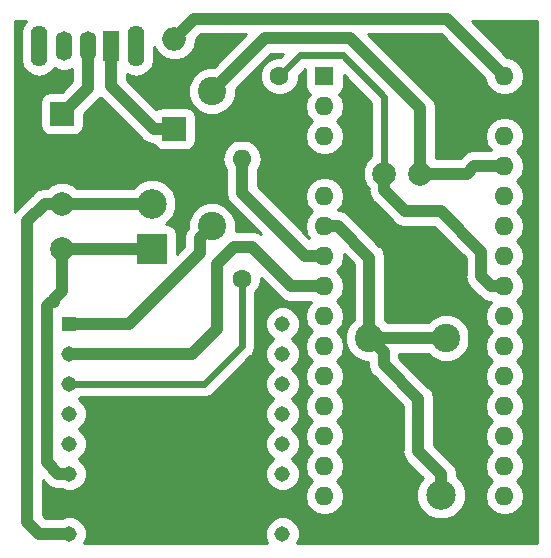
<source format=gbr>
G04 #@! TF.GenerationSoftware,KiCad,Pcbnew,(5.0.1)-4*
G04 #@! TF.CreationDate,2020-06-25T10:55:37+02:00*
G04 #@! TF.ProjectId,sound_box,736F756E645F626F782E6B696361645F,rev?*
G04 #@! TF.SameCoordinates,PX7641700PY754d4c0*
G04 #@! TF.FileFunction,Copper,L2,Bot,Signal*
G04 #@! TF.FilePolarity,Positive*
%FSLAX46Y46*%
G04 Gerber Fmt 4.6, Leading zero omitted, Abs format (unit mm)*
G04 Created by KiCad (PCBNEW (5.0.1)-4) date 25/06/2020 10:55:37*
%MOMM*%
%LPD*%
G01*
G04 APERTURE LIST*
G04 #@! TA.AperFunction,ComponentPad*
%ADD10R,2.000000X2.000000*%
G04 #@! TD*
G04 #@! TA.AperFunction,ComponentPad*
%ADD11O,2.000000X2.000000*%
G04 #@! TD*
G04 #@! TA.AperFunction,ComponentPad*
%ADD12C,2.400000*%
G04 #@! TD*
G04 #@! TA.AperFunction,ComponentPad*
%ADD13C,2.000000*%
G04 #@! TD*
G04 #@! TA.AperFunction,ComponentPad*
%ADD14C,1.308000*%
G04 #@! TD*
G04 #@! TA.AperFunction,ComponentPad*
%ADD15R,1.308000X1.308000*%
G04 #@! TD*
G04 #@! TA.AperFunction,ComponentPad*
%ADD16R,1.400000X2.500000*%
G04 #@! TD*
G04 #@! TA.AperFunction,ComponentPad*
%ADD17O,1.400000X2.500000*%
G04 #@! TD*
G04 #@! TA.AperFunction,ComponentPad*
%ADD18O,1.400000X3.500000*%
G04 #@! TD*
G04 #@! TA.AperFunction,ComponentPad*
%ADD19R,1.600000X1.600000*%
G04 #@! TD*
G04 #@! TA.AperFunction,ComponentPad*
%ADD20O,1.600000X1.600000*%
G04 #@! TD*
G04 #@! TA.AperFunction,ComponentPad*
%ADD21R,2.499360X2.499360*%
G04 #@! TD*
G04 #@! TA.AperFunction,ComponentPad*
%ADD22C,2.499360*%
G04 #@! TD*
G04 #@! TA.AperFunction,ComponentPad*
%ADD23C,1.600000*%
G04 #@! TD*
G04 #@! TA.AperFunction,ViaPad*
%ADD24C,2.400000*%
G04 #@! TD*
G04 #@! TA.AperFunction,Conductor*
%ADD25C,0.600000*%
G04 #@! TD*
G04 #@! TA.AperFunction,Conductor*
%ADD26C,1.000000*%
G04 #@! TD*
G04 #@! TA.AperFunction,Conductor*
%ADD27C,0.254000*%
G04 #@! TD*
G04 APERTURE END LIST*
D10*
G04 #@! TO.P,D1,1*
G04 #@! TO.N,Net-(D1-Pad1)*
X14430000Y36005000D03*
D11*
G04 #@! TO.P,D1,2*
G04 #@! TO.N,Net-(A1-Pad30)*
X14430000Y43625000D03*
G04 #@! TD*
D12*
G04 #@! TO.P,SW2,2*
G04 #@! TO.N,Net-(A1-Pad6)*
X30940000Y18280000D03*
G04 #@! TO.P,SW2,1*
G04 #@! TO.N,GND*
X30940000Y13780000D03*
G04 #@! TO.P,SW2,2*
G04 #@! TO.N,Net-(A1-Pad6)*
X37440000Y18280000D03*
G04 #@! TO.P,SW2,1*
G04 #@! TO.N,GND*
X37440000Y13780000D03*
G04 #@! TD*
D13*
G04 #@! TO.P,R2,1*
G04 #@! TO.N,Net-(A1-Pad27)*
X35210000Y32195000D03*
G04 #@! TO.P,R2,2*
G04 #@! TO.N,Net-(A1-Pad23)*
X32210000Y32195000D03*
G04 #@! TD*
D14*
G04 #@! TO.P,U1,4*
G04 #@! TO.N,N/C*
X5540000Y11875000D03*
G04 #@! TO.P,U1,5*
X5540000Y9335000D03*
G04 #@! TO.P,U1,13*
X23574000Y11875000D03*
G04 #@! TO.P,U1,12*
X23574000Y9335000D03*
G04 #@! TO.P,U1,6*
G04 #@! TO.N,Net-(J1-Pad4)*
X5540000Y6795000D03*
G04 #@! TO.P,U1,3*
G04 #@! TO.N,Net-(R1-Pad1)*
X5540000Y14415000D03*
G04 #@! TO.P,U1,14*
G04 #@! TO.N,N/C*
X23574000Y14415000D03*
G04 #@! TO.P,U1,11*
X23574000Y6795000D03*
G04 #@! TO.P,U1,2*
G04 #@! TO.N,Net-(A1-Pad8)*
X5540000Y16955000D03*
G04 #@! TO.P,U1,15*
G04 #@! TO.N,N/C*
X23574000Y16955000D03*
G04 #@! TO.P,U1,7*
G04 #@! TO.N,GND*
X5540000Y4255000D03*
G04 #@! TO.P,U1,10*
X23574000Y4255000D03*
D15*
G04 #@! TO.P,U1,1*
G04 #@! TO.N,Net-(A1-Pad27)*
X5540000Y19495000D03*
D14*
G04 #@! TO.P,U1,16*
G04 #@! TO.N,N/C*
X23574000Y19495000D03*
G04 #@! TO.P,U1,8*
G04 #@! TO.N,Net-(J1-Pad3)*
X5540000Y1715000D03*
G04 #@! TO.P,U1,9*
G04 #@! TO.N,N/C*
X23574000Y1715000D03*
G04 #@! TD*
D16*
G04 #@! TO.P,SW1,1*
G04 #@! TO.N,Net-(D1-Pad1)*
X9100000Y42990000D03*
D17*
G04 #@! TO.P,SW1,2*
G04 #@! TO.N,Net-(J1-Pad1)*
X7100000Y42990000D03*
G04 #@! TO.P,SW1,3*
G04 #@! TO.N,N/C*
X5100000Y42990000D03*
D18*
G04 #@! TO.P,SW1,*
G04 #@! TO.N,*
X11200000Y42990000D03*
X3000000Y42990000D03*
G04 #@! TD*
D10*
G04 #@! TO.P,J1,1*
G04 #@! TO.N,Net-(J1-Pad1)*
X4905000Y37275000D03*
D13*
G04 #@! TO.P,J1,2*
G04 #@! TO.N,GND*
X4905000Y33465000D03*
G04 #@! TO.P,J1,3*
G04 #@! TO.N,Net-(J1-Pad3)*
X4905000Y29655000D03*
G04 #@! TO.P,J1,4*
G04 #@! TO.N,Net-(J1-Pad4)*
X4905000Y25845000D03*
G04 #@! TD*
D19*
G04 #@! TO.P,A1,1*
G04 #@! TO.N,N/C*
X27130000Y40450000D03*
D20*
G04 #@! TO.P,A1,17*
X42370000Y7430000D03*
G04 #@! TO.P,A1,2*
X27130000Y37910000D03*
G04 #@! TO.P,A1,18*
X42370000Y9970000D03*
G04 #@! TO.P,A1,3*
X27130000Y35370000D03*
G04 #@! TO.P,A1,19*
X42370000Y12510000D03*
G04 #@! TO.P,A1,4*
G04 #@! TO.N,GND*
X27130000Y32830000D03*
G04 #@! TO.P,A1,20*
G04 #@! TO.N,N/C*
X42370000Y15050000D03*
G04 #@! TO.P,A1,5*
X27130000Y30290000D03*
G04 #@! TO.P,A1,21*
X42370000Y17590000D03*
G04 #@! TO.P,A1,6*
G04 #@! TO.N,Net-(A1-Pad6)*
X27130000Y27750000D03*
G04 #@! TO.P,A1,22*
G04 #@! TO.N,N/C*
X42370000Y20130000D03*
G04 #@! TO.P,A1,7*
G04 #@! TO.N,Net-(A1-Pad7)*
X27130000Y25210000D03*
G04 #@! TO.P,A1,23*
G04 #@! TO.N,Net-(A1-Pad23)*
X42370000Y22670000D03*
G04 #@! TO.P,A1,8*
G04 #@! TO.N,Net-(A1-Pad8)*
X27130000Y22670000D03*
G04 #@! TO.P,A1,24*
G04 #@! TO.N,N/C*
X42370000Y25210000D03*
G04 #@! TO.P,A1,9*
X27130000Y20130000D03*
G04 #@! TO.P,A1,25*
X42370000Y27750000D03*
G04 #@! TO.P,A1,10*
X27130000Y17590000D03*
G04 #@! TO.P,A1,26*
X42370000Y30290000D03*
G04 #@! TO.P,A1,11*
X27130000Y15050000D03*
G04 #@! TO.P,A1,27*
G04 #@! TO.N,Net-(A1-Pad27)*
X42370000Y32830000D03*
G04 #@! TO.P,A1,12*
G04 #@! TO.N,N/C*
X27130000Y12510000D03*
G04 #@! TO.P,A1,28*
X42370000Y35370000D03*
G04 #@! TO.P,A1,13*
X27130000Y9970000D03*
G04 #@! TO.P,A1,29*
G04 #@! TO.N,GND*
X42370000Y37910000D03*
G04 #@! TO.P,A1,14*
G04 #@! TO.N,N/C*
X27130000Y7430000D03*
G04 #@! TO.P,A1,30*
G04 #@! TO.N,Net-(A1-Pad30)*
X42370000Y40450000D03*
G04 #@! TO.P,A1,15*
G04 #@! TO.N,N/C*
X27130000Y4890000D03*
G04 #@! TO.P,A1,16*
X42370000Y4890000D03*
G04 #@! TD*
D21*
G04 #@! TO.P,J2,1*
G04 #@! TO.N,Net-(J1-Pad4)*
X12525000Y25845000D03*
D22*
G04 #@! TO.P,J2,2*
G04 #@! TO.N,Net-(J1-Pad3)*
X12525000Y29655000D03*
G04 #@! TD*
D23*
G04 #@! TO.P,R1,1*
G04 #@! TO.N,Net-(R1-Pad1)*
X20145000Y23305000D03*
D20*
G04 #@! TO.P,R1,2*
G04 #@! TO.N,Net-(A1-Pad7)*
X20145000Y33465000D03*
G04 #@! TD*
G04 #@! TO.P,R3,2*
G04 #@! TO.N,GND*
X23320000Y30290000D03*
D23*
G04 #@! TO.P,R3,1*
G04 #@! TO.N,Net-(A1-Pad23)*
X23320000Y40450000D03*
G04 #@! TD*
D21*
G04 #@! TO.P,J3,1*
G04 #@! TO.N,GND*
X33190000Y5000000D03*
D22*
G04 #@! TO.P,J3,2*
G04 #@! TO.N,Net-(A1-Pad6)*
X37000000Y5000000D03*
G04 #@! TD*
D24*
G04 #@! TO.N,Net-(A1-Pad27)*
X17605000Y27750000D03*
X17605000Y39180000D03*
G04 #@! TD*
D25*
G04 #@! TO.N,Net-(A1-Pad23)*
X25070001Y42200001D02*
X28690001Y42200001D01*
X23320000Y40450000D02*
X25070001Y42200001D01*
X32210000Y38680002D02*
X32210000Y32195000D01*
X28690001Y42200001D02*
X32210000Y38680002D01*
G04 #@! TO.N,GND*
X23574000Y4255000D02*
X5540000Y4255000D01*
X30940000Y13780000D02*
X30940000Y4255000D01*
X30940000Y4255000D02*
X29035000Y2350000D01*
X25479000Y2350000D02*
X23574000Y4255000D01*
X4905000Y33465000D02*
X14430000Y33465000D01*
X14430000Y33465000D02*
X17605000Y30290000D01*
X43501370Y37910000D02*
X44910000Y36501370D01*
X42370000Y37910000D02*
X43501370Y37910000D01*
X44910000Y36501370D02*
X44910000Y3620000D01*
X44910000Y3620000D02*
X43640000Y2350000D01*
X29035000Y2350000D02*
X27765000Y2350000D01*
X27765000Y2350000D02*
X25479000Y2350000D01*
X26330001Y33629999D02*
X27130000Y32830000D01*
X24744999Y35215001D02*
X26330001Y33629999D01*
X19304999Y35215001D02*
X24744999Y35215001D01*
X17605000Y33515002D02*
X19304999Y35215001D01*
X17605000Y30290000D02*
X17605000Y33515002D01*
D26*
X25860000Y32830000D02*
X27130000Y32830000D01*
X23320000Y30290000D02*
X25860000Y32830000D01*
X40000000Y6913998D02*
X40000000Y2350000D01*
X37440000Y9473998D02*
X40000000Y6913998D01*
X37440000Y13780000D02*
X37440000Y9473998D01*
D25*
X43640000Y2350000D02*
X40000000Y2350000D01*
X40000000Y2350000D02*
X27765000Y2350000D01*
D26*
X30940000Y4999680D02*
X30940000Y4255000D01*
X30940320Y5000000D02*
X30940000Y4999680D01*
X33190000Y5000000D02*
X30940320Y5000000D01*
X30559990Y30531380D02*
X30559990Y28440010D01*
X27130000Y32830000D02*
X28261370Y32830000D01*
X28261370Y32830000D02*
X30559990Y30531380D01*
X38369999Y20630001D02*
X39630001Y20630001D01*
X30559990Y28440010D02*
X38369999Y20630001D01*
X38639999Y14979999D02*
X37440000Y13780000D01*
X39790001Y16130001D02*
X38639999Y14979999D01*
X39790001Y19408001D02*
X39790001Y16130001D01*
X39099001Y20099001D02*
X39790001Y19408001D01*
X39630001Y20630001D02*
X39099001Y20099001D01*
G04 #@! TO.N,Net-(A1-Pad6)*
X30940000Y19977056D02*
X30940000Y18280000D01*
X30940000Y25071370D02*
X30940000Y19977056D01*
X28261370Y27750000D02*
X30940000Y25071370D01*
X27130000Y27750000D02*
X28261370Y27750000D01*
X37000000Y6767314D02*
X37000000Y5000000D01*
X35089999Y8677315D02*
X37000000Y6767314D01*
X35089999Y13108003D02*
X35089999Y8677315D01*
X32139999Y16058003D02*
X35089999Y13108003D01*
X32139999Y17080001D02*
X32139999Y16058003D01*
X30940000Y18280000D02*
X32139999Y17080001D01*
X30940000Y18280000D02*
X37440000Y18280000D01*
G04 #@! TO.N,Net-(A1-Pad27)*
X5540000Y19495000D02*
X10620000Y19495000D01*
X16605001Y26750001D02*
X17605000Y27750000D01*
X16605001Y25480001D02*
X16605001Y26750001D01*
X10620000Y19495000D02*
X16605001Y25480001D01*
X35210000Y33326370D02*
X35210000Y32195000D01*
X35210000Y37730625D02*
X35210000Y33326370D01*
X29290614Y43650011D02*
X35210000Y37730625D01*
X22075011Y43650011D02*
X29290614Y43650011D01*
X17605000Y39180000D02*
X22075011Y43650011D01*
X35210000Y32195000D02*
X39195000Y32195000D01*
X39830000Y32830000D02*
X42370000Y32830000D01*
X39195000Y32195000D02*
X39830000Y32830000D01*
G04 #@! TO.N,Net-(A1-Pad30)*
X41570001Y41249999D02*
X42370000Y40450000D01*
X37519979Y45300021D02*
X41570001Y41249999D01*
X16105021Y45300021D02*
X37519979Y45300021D01*
X14430000Y43625000D02*
X16105021Y45300021D01*
G04 #@! TO.N,Net-(D1-Pad1)*
X9100000Y40740000D02*
X9100000Y42990000D01*
X9100000Y39585000D02*
X9100000Y40740000D01*
X12680000Y36005000D02*
X9100000Y39585000D01*
X14430000Y36005000D02*
X12680000Y36005000D01*
G04 #@! TO.N,Net-(J1-Pad1)*
X7100000Y39470000D02*
X4905000Y37275000D01*
X7100000Y42990000D02*
X7100000Y39470000D01*
G04 #@! TO.N,Net-(J1-Pad3)*
X4905000Y29655000D02*
X12525000Y29655000D01*
X1984990Y28149203D02*
X1984990Y2730010D01*
X4905000Y29655000D02*
X3490787Y29655000D01*
X3490787Y29655000D02*
X1984990Y28149203D01*
X3000000Y1715000D02*
X5540000Y1715000D01*
X1984990Y2730010D02*
X3000000Y1715000D01*
G04 #@! TO.N,Net-(J1-Pad4)*
X4905000Y25845000D02*
X12525000Y25845000D01*
X3965999Y21299001D02*
X3635000Y20968002D01*
X4270000Y21299001D02*
X3965999Y21299001D01*
X4270000Y21603002D02*
X4270000Y21299001D01*
X4905000Y25845000D02*
X4905000Y22238002D01*
X4905000Y22238002D02*
X4270000Y21603002D01*
X4615105Y6795000D02*
X5540000Y6795000D01*
X3635000Y7775105D02*
X4615105Y6795000D01*
X3635000Y20968002D02*
X3635000Y7775105D01*
D25*
G04 #@! TO.N,Net-(R1-Pad1)*
X5540000Y14415000D02*
X16970000Y14415000D01*
X16970000Y14415000D02*
X20145000Y17590000D01*
X20145000Y17590000D02*
X20145000Y23305000D01*
D26*
G04 #@! TO.N,Net-(A1-Pad7)*
X25998630Y25210000D02*
X27130000Y25210000D01*
X25513998Y25210000D02*
X25998630Y25210000D01*
X20145000Y30578998D02*
X25513998Y25210000D01*
X20145000Y33465000D02*
X20145000Y30578998D01*
G04 #@! TO.N,Net-(A1-Pad8)*
X24330000Y22670000D02*
X27130000Y22670000D01*
X15955000Y16955000D02*
X18000000Y19000000D01*
X5540000Y16955000D02*
X15955000Y16955000D01*
X18000000Y19000000D02*
X18000000Y24541534D01*
X18000000Y24541534D02*
X19458466Y26000000D01*
X19458466Y26000000D02*
X21000000Y26000000D01*
X21000000Y26000000D02*
X24330000Y22670000D01*
G04 #@! TO.N,Net-(A1-Pad23)*
X41238630Y22670000D02*
X42370000Y22670000D01*
X32210000Y32195000D02*
X32210000Y30780787D01*
X32210000Y30780787D02*
X33990787Y29000000D01*
X33990787Y29000000D02*
X37000000Y29000000D01*
X37000000Y29000000D02*
X40419999Y25580001D01*
X40419999Y25580001D02*
X40419999Y23488631D01*
X40419999Y23488631D02*
X41238630Y22670000D01*
G04 #@! TD*
D27*
G04 #@! TO.N,GND*
G36*
X1561599Y44635806D02*
X1473001Y44190393D01*
X1473000Y41789608D01*
X1561598Y41344195D01*
X1899095Y40839095D01*
X2404194Y40501598D01*
X3000000Y40383085D01*
X3595805Y40501598D01*
X4100905Y40839095D01*
X4300450Y41137735D01*
X4504194Y41001598D01*
X5100000Y40883085D01*
X5695805Y41001598D01*
X5773001Y41053178D01*
X5773001Y40019662D01*
X4871541Y39118201D01*
X3905000Y39118201D01*
X3582321Y39054016D01*
X3308767Y38871233D01*
X3125984Y38597679D01*
X3061799Y38275000D01*
X3061799Y36275000D01*
X3125984Y35952321D01*
X3308767Y35678767D01*
X3582321Y35495984D01*
X3905000Y35431799D01*
X5905000Y35431799D01*
X6227679Y35495984D01*
X6501233Y35678767D01*
X6684016Y35952321D01*
X6748201Y36275000D01*
X6748201Y37241541D01*
X7945915Y38439254D01*
X8056713Y38513287D01*
X8138421Y38635571D01*
X8143287Y38628288D01*
X8254086Y38554254D01*
X11649256Y35159082D01*
X11723287Y35048287D01*
X11834082Y34974256D01*
X11834085Y34974253D01*
X12028846Y34844119D01*
X12162230Y34754994D01*
X12549304Y34678000D01*
X12549308Y34678000D01*
X12669899Y34654013D01*
X12833767Y34408767D01*
X13107321Y34225984D01*
X13430000Y34161799D01*
X15430000Y34161799D01*
X15752679Y34225984D01*
X16026233Y34408767D01*
X16209016Y34682321D01*
X16273201Y35005000D01*
X16273201Y37005000D01*
X16209016Y37327679D01*
X16026233Y37601233D01*
X15752679Y37784016D01*
X15430000Y37848201D01*
X13430000Y37848201D01*
X13107321Y37784016D01*
X12909695Y37651967D01*
X10427000Y40134660D01*
X10427000Y40619995D01*
X10604194Y40501598D01*
X11200000Y40383085D01*
X11795805Y40501598D01*
X12300905Y40839095D01*
X12638402Y41344194D01*
X12727000Y41789607D01*
X12727000Y42885207D01*
X13112806Y42307806D01*
X13717140Y41904004D01*
X14250057Y41798000D01*
X14609943Y41798000D01*
X15142860Y41904004D01*
X15747194Y42307806D01*
X16150996Y42912140D01*
X16289350Y43607689D01*
X16654682Y43973021D01*
X20521360Y43973021D01*
X17755340Y41207000D01*
X17201805Y41207000D01*
X16456797Y40898407D01*
X15886593Y40328203D01*
X15578000Y39583195D01*
X15578000Y38776805D01*
X15886593Y38031797D01*
X16456797Y37461593D01*
X17201805Y37153000D01*
X18008195Y37153000D01*
X18753203Y37461593D01*
X19323407Y38031797D01*
X19632000Y38776805D01*
X19632000Y39330340D01*
X22624672Y42323011D01*
X23599192Y42323011D01*
X23353182Y42077000D01*
X22996370Y42077000D01*
X22398378Y41829304D01*
X21940696Y41371622D01*
X21693000Y40773630D01*
X21693000Y40126370D01*
X21940696Y39528378D01*
X22398378Y39070696D01*
X22996370Y38823000D01*
X23643630Y38823000D01*
X24241622Y39070696D01*
X24699304Y39528378D01*
X24947000Y40126370D01*
X24947000Y40483182D01*
X25486799Y41022980D01*
X25486799Y39650000D01*
X25550984Y39327321D01*
X25733767Y39053767D01*
X25874592Y38959671D01*
X25597400Y38544824D01*
X25471126Y37910000D01*
X25597400Y37275176D01*
X25956999Y36736999D01*
X26102168Y36640000D01*
X25956999Y36543001D01*
X25597400Y36004824D01*
X25471126Y35370000D01*
X25597400Y34735176D01*
X25956999Y34196999D01*
X26495176Y33837400D01*
X26969758Y33743000D01*
X27290242Y33743000D01*
X27764824Y33837400D01*
X28303001Y34196999D01*
X28662600Y34735176D01*
X28788874Y35370000D01*
X28662600Y36004824D01*
X28303001Y36543001D01*
X28157832Y36640000D01*
X28303001Y36736999D01*
X28662600Y37275176D01*
X28788874Y37910000D01*
X28662600Y38544824D01*
X28385408Y38959671D01*
X28526233Y39053767D01*
X28709016Y39327321D01*
X28773201Y39650000D01*
X28773201Y40522983D01*
X31083000Y38213183D01*
X31083001Y33651769D01*
X30661144Y33229912D01*
X30383000Y32558413D01*
X30383000Y31831587D01*
X30661144Y31160088D01*
X30883000Y30938232D01*
X30883000Y30911479D01*
X30857004Y30780787D01*
X30883000Y30650095D01*
X30883000Y30650091D01*
X30923139Y30448302D01*
X30959994Y30263018D01*
X31164661Y29956713D01*
X31253288Y29824074D01*
X31364086Y29750041D01*
X32960040Y28154086D01*
X33034074Y28043287D01*
X33473017Y27749994D01*
X33860091Y27673000D01*
X33860094Y27673000D01*
X33990786Y27647004D01*
X34121478Y27673000D01*
X36450340Y27673000D01*
X39092999Y25030340D01*
X39093000Y23619327D01*
X39067003Y23488631D01*
X39169993Y22970862D01*
X39389253Y22642717D01*
X39463287Y22531918D01*
X39574085Y22457885D01*
X40207882Y21824088D01*
X40281917Y21713287D01*
X40720860Y21419994D01*
X41107934Y21343000D01*
X41107937Y21343000D01*
X41222698Y21320173D01*
X41196999Y21303001D01*
X40837400Y20764824D01*
X40711126Y20130000D01*
X40837400Y19495176D01*
X41196999Y18956999D01*
X41342168Y18860000D01*
X41196999Y18763001D01*
X40837400Y18224824D01*
X40711126Y17590000D01*
X40837400Y16955176D01*
X41196999Y16416999D01*
X41342168Y16320000D01*
X41196999Y16223001D01*
X40837400Y15684824D01*
X40711126Y15050000D01*
X40837400Y14415176D01*
X41196999Y13876999D01*
X41342168Y13780000D01*
X41196999Y13683001D01*
X40837400Y13144824D01*
X40711126Y12510000D01*
X40837400Y11875176D01*
X41196999Y11336999D01*
X41342168Y11240000D01*
X41196999Y11143001D01*
X40837400Y10604824D01*
X40711126Y9970000D01*
X40837400Y9335176D01*
X41196999Y8796999D01*
X41342168Y8700000D01*
X41196999Y8603001D01*
X40837400Y8064824D01*
X40711126Y7430000D01*
X40837400Y6795176D01*
X41196999Y6256999D01*
X41342168Y6160000D01*
X41196999Y6063001D01*
X40837400Y5524824D01*
X40711126Y4890000D01*
X40837400Y4255176D01*
X41196999Y3716999D01*
X41735176Y3357400D01*
X42209758Y3263000D01*
X42530242Y3263000D01*
X43004824Y3357400D01*
X43543001Y3716999D01*
X43902600Y4255176D01*
X44028874Y4890000D01*
X43902600Y5524824D01*
X43543001Y6063001D01*
X43397832Y6160000D01*
X43543001Y6256999D01*
X43902600Y6795176D01*
X44028874Y7430000D01*
X43902600Y8064824D01*
X43543001Y8603001D01*
X43397832Y8700000D01*
X43543001Y8796999D01*
X43902600Y9335176D01*
X44028874Y9970000D01*
X43902600Y10604824D01*
X43543001Y11143001D01*
X43397832Y11240000D01*
X43543001Y11336999D01*
X43902600Y11875176D01*
X44028874Y12510000D01*
X43902600Y13144824D01*
X43543001Y13683001D01*
X43397832Y13780000D01*
X43543001Y13876999D01*
X43902600Y14415176D01*
X44028874Y15050000D01*
X43902600Y15684824D01*
X43543001Y16223001D01*
X43397832Y16320000D01*
X43543001Y16416999D01*
X43902600Y16955176D01*
X44028874Y17590000D01*
X43902600Y18224824D01*
X43543001Y18763001D01*
X43397832Y18860000D01*
X43543001Y18956999D01*
X43902600Y19495176D01*
X44028874Y20130000D01*
X43902600Y20764824D01*
X43543001Y21303001D01*
X43397832Y21400000D01*
X43543001Y21496999D01*
X43902600Y22035176D01*
X44028874Y22670000D01*
X43902600Y23304824D01*
X43543001Y23843001D01*
X43397832Y23940000D01*
X43543001Y24036999D01*
X43902600Y24575176D01*
X44028874Y25210000D01*
X43902600Y25844824D01*
X43543001Y26383001D01*
X43397832Y26480000D01*
X43543001Y26576999D01*
X43902600Y27115176D01*
X44028874Y27750000D01*
X43902600Y28384824D01*
X43543001Y28923001D01*
X43397832Y29020000D01*
X43543001Y29116999D01*
X43902600Y29655176D01*
X44028874Y30290000D01*
X43902600Y30924824D01*
X43543001Y31463001D01*
X43397832Y31560000D01*
X43543001Y31656999D01*
X43902600Y32195176D01*
X44028874Y32830000D01*
X43902600Y33464824D01*
X43543001Y34003001D01*
X43397832Y34100000D01*
X43543001Y34196999D01*
X43902600Y34735176D01*
X44028874Y35370000D01*
X43902600Y36004824D01*
X43543001Y36543001D01*
X43004824Y36902600D01*
X42530242Y36997000D01*
X42209758Y36997000D01*
X41735176Y36902600D01*
X41196999Y36543001D01*
X40837400Y36004824D01*
X40711126Y35370000D01*
X40837400Y34735176D01*
X41196999Y34196999D01*
X41256862Y34157000D01*
X39960692Y34157000D01*
X39830000Y34182996D01*
X39699308Y34157000D01*
X39699304Y34157000D01*
X39312230Y34080006D01*
X38873287Y33786713D01*
X38799253Y33675914D01*
X38645339Y33522000D01*
X36537000Y33522000D01*
X36537000Y37599933D01*
X36562996Y37730625D01*
X36537000Y37861317D01*
X36537000Y37861321D01*
X36460006Y38248395D01*
X36283010Y38513287D01*
X36240746Y38576540D01*
X36240744Y38576542D01*
X36166712Y38687338D01*
X36055917Y38761369D01*
X30844264Y43973021D01*
X36970319Y43973021D01*
X40724086Y40219253D01*
X40724089Y40219251D01*
X40765203Y40178137D01*
X40837400Y39815176D01*
X41196999Y39276999D01*
X41735176Y38917400D01*
X42209758Y38823000D01*
X42530242Y38823000D01*
X43004824Y38917400D01*
X43543001Y39276999D01*
X43902600Y39815176D01*
X44028874Y40450000D01*
X43902600Y41084824D01*
X43543001Y41623001D01*
X43004824Y41982600D01*
X42641863Y42054797D01*
X42600749Y42095911D01*
X42600747Y42095914D01*
X39598660Y45098000D01*
X45098000Y45098000D01*
X45098001Y902000D01*
X24840268Y902000D01*
X25055000Y1420411D01*
X25055000Y2009589D01*
X24829532Y2553919D01*
X24412919Y2970532D01*
X23868589Y3196000D01*
X23279411Y3196000D01*
X22735081Y2970532D01*
X22318468Y2553919D01*
X22093000Y2009589D01*
X22093000Y1420411D01*
X22307732Y902000D01*
X6806268Y902000D01*
X7021000Y1420411D01*
X7021000Y2009589D01*
X6795532Y2553919D01*
X6378919Y2970532D01*
X5834589Y3196000D01*
X5245411Y3196000D01*
X4873621Y3042000D01*
X3549661Y3042000D01*
X3311990Y3279670D01*
X3311990Y6221454D01*
X3584359Y5949086D01*
X3658392Y5838287D01*
X4097335Y5544994D01*
X4484409Y5468000D01*
X4484413Y5468000D01*
X4615105Y5442004D01*
X4745797Y5468000D01*
X4873621Y5468000D01*
X5245411Y5314000D01*
X5834589Y5314000D01*
X6378919Y5539468D01*
X6795532Y5956081D01*
X7021000Y6500411D01*
X7021000Y7089589D01*
X6795532Y7633919D01*
X6378919Y8050532D01*
X6343990Y8065000D01*
X6378919Y8079468D01*
X6795532Y8496081D01*
X7021000Y9040411D01*
X7021000Y9629589D01*
X6795532Y10173919D01*
X6378919Y10590532D01*
X6343990Y10605000D01*
X6378919Y10619468D01*
X6795532Y11036081D01*
X7021000Y11580411D01*
X7021000Y12169589D01*
X6795532Y12713919D01*
X6378919Y13130532D01*
X6343990Y13145000D01*
X6378919Y13159468D01*
X6507451Y13288000D01*
X16859002Y13288000D01*
X16970000Y13265921D01*
X17080998Y13288000D01*
X17080999Y13288000D01*
X17409733Y13353389D01*
X17782522Y13602478D01*
X17845400Y13696582D01*
X20863421Y16714602D01*
X20957522Y16777478D01*
X21206611Y17150267D01*
X21272000Y17479001D01*
X21272000Y17479002D01*
X21294079Y17589999D01*
X21272000Y17700997D01*
X21272000Y19789589D01*
X22093000Y19789589D01*
X22093000Y19200411D01*
X22318468Y18656081D01*
X22735081Y18239468D01*
X22770010Y18225000D01*
X22735081Y18210532D01*
X22318468Y17793919D01*
X22093000Y17249589D01*
X22093000Y16660411D01*
X22318468Y16116081D01*
X22735081Y15699468D01*
X22770010Y15685000D01*
X22735081Y15670532D01*
X22318468Y15253919D01*
X22093000Y14709589D01*
X22093000Y14120411D01*
X22318468Y13576081D01*
X22735081Y13159468D01*
X22770010Y13145000D01*
X22735081Y13130532D01*
X22318468Y12713919D01*
X22093000Y12169589D01*
X22093000Y11580411D01*
X22318468Y11036081D01*
X22735081Y10619468D01*
X22770010Y10605000D01*
X22735081Y10590532D01*
X22318468Y10173919D01*
X22093000Y9629589D01*
X22093000Y9040411D01*
X22318468Y8496081D01*
X22735081Y8079468D01*
X22770010Y8065000D01*
X22735081Y8050532D01*
X22318468Y7633919D01*
X22093000Y7089589D01*
X22093000Y6500411D01*
X22318468Y5956081D01*
X22735081Y5539468D01*
X23279411Y5314000D01*
X23868589Y5314000D01*
X24412919Y5539468D01*
X24829532Y5956081D01*
X25055000Y6500411D01*
X25055000Y7089589D01*
X24829532Y7633919D01*
X24412919Y8050532D01*
X24377990Y8065000D01*
X24412919Y8079468D01*
X24829532Y8496081D01*
X25055000Y9040411D01*
X25055000Y9629589D01*
X24829532Y10173919D01*
X24412919Y10590532D01*
X24377990Y10605000D01*
X24412919Y10619468D01*
X24829532Y11036081D01*
X25055000Y11580411D01*
X25055000Y12169589D01*
X24829532Y12713919D01*
X24412919Y13130532D01*
X24377990Y13145000D01*
X24412919Y13159468D01*
X24829532Y13576081D01*
X25055000Y14120411D01*
X25055000Y14709589D01*
X24829532Y15253919D01*
X24412919Y15670532D01*
X24377990Y15685000D01*
X24412919Y15699468D01*
X24829532Y16116081D01*
X25055000Y16660411D01*
X25055000Y17249589D01*
X24829532Y17793919D01*
X24412919Y18210532D01*
X24377990Y18225000D01*
X24412919Y18239468D01*
X24829532Y18656081D01*
X25055000Y19200411D01*
X25055000Y19789589D01*
X24829532Y20333919D01*
X24412919Y20750532D01*
X23868589Y20976000D01*
X23279411Y20976000D01*
X22735081Y20750532D01*
X22318468Y20333919D01*
X22093000Y19789589D01*
X21272000Y19789589D01*
X21272000Y22131074D01*
X21524304Y22383378D01*
X21772000Y22981370D01*
X21772000Y23351339D01*
X23299254Y21824085D01*
X23373287Y21713287D01*
X23812230Y21419994D01*
X24199304Y21343000D01*
X24199307Y21343000D01*
X24329999Y21317004D01*
X24460691Y21343000D01*
X26016862Y21343000D01*
X25956999Y21303001D01*
X25597400Y20764824D01*
X25471126Y20130000D01*
X25597400Y19495176D01*
X25956999Y18956999D01*
X26102168Y18860000D01*
X25956999Y18763001D01*
X25597400Y18224824D01*
X25471126Y17590000D01*
X25597400Y16955176D01*
X25956999Y16416999D01*
X26102168Y16320000D01*
X25956999Y16223001D01*
X25597400Y15684824D01*
X25471126Y15050000D01*
X25597400Y14415176D01*
X25956999Y13876999D01*
X26102168Y13780000D01*
X25956999Y13683001D01*
X25597400Y13144824D01*
X25471126Y12510000D01*
X25597400Y11875176D01*
X25956999Y11336999D01*
X26102168Y11240000D01*
X25956999Y11143001D01*
X25597400Y10604824D01*
X25471126Y9970000D01*
X25597400Y9335176D01*
X25956999Y8796999D01*
X26102168Y8700000D01*
X25956999Y8603001D01*
X25597400Y8064824D01*
X25471126Y7430000D01*
X25597400Y6795176D01*
X25956999Y6256999D01*
X26102168Y6160000D01*
X25956999Y6063001D01*
X25597400Y5524824D01*
X25471126Y4890000D01*
X25597400Y4255176D01*
X25956999Y3716999D01*
X26495176Y3357400D01*
X26969758Y3263000D01*
X27290242Y3263000D01*
X27764824Y3357400D01*
X28303001Y3716999D01*
X28662600Y4255176D01*
X28788874Y4890000D01*
X28662600Y5524824D01*
X28303001Y6063001D01*
X28157832Y6160000D01*
X28303001Y6256999D01*
X28662600Y6795176D01*
X28788874Y7430000D01*
X28662600Y8064824D01*
X28303001Y8603001D01*
X28157832Y8700000D01*
X28303001Y8796999D01*
X28662600Y9335176D01*
X28788874Y9970000D01*
X28662600Y10604824D01*
X28303001Y11143001D01*
X28157832Y11240000D01*
X28303001Y11336999D01*
X28662600Y11875176D01*
X28788874Y12510000D01*
X28662600Y13144824D01*
X28303001Y13683001D01*
X28157832Y13780000D01*
X28303001Y13876999D01*
X28662600Y14415176D01*
X28788874Y15050000D01*
X28662600Y15684824D01*
X28303001Y16223001D01*
X28157832Y16320000D01*
X28303001Y16416999D01*
X28662600Y16955176D01*
X28788874Y17590000D01*
X28662600Y18224824D01*
X28303001Y18763001D01*
X28157832Y18860000D01*
X28303001Y18956999D01*
X28662600Y19495176D01*
X28788874Y20130000D01*
X28662600Y20764824D01*
X28303001Y21303001D01*
X28157832Y21400000D01*
X28303001Y21496999D01*
X28662600Y22035176D01*
X28788874Y22670000D01*
X28662600Y23304824D01*
X28303001Y23843001D01*
X28157832Y23940000D01*
X28303001Y24036999D01*
X28662600Y24575176D01*
X28788874Y25210000D01*
X28755146Y25379564D01*
X29613000Y24521709D01*
X29613001Y20107756D01*
X29613000Y20107751D01*
X29613000Y19819610D01*
X29221593Y19428203D01*
X28913000Y18683195D01*
X28913000Y17876805D01*
X29221593Y17131797D01*
X29791797Y16561593D01*
X30536805Y16253000D01*
X30812999Y16253000D01*
X30812999Y16188695D01*
X30787003Y16058003D01*
X30812999Y15927311D01*
X30812999Y15927307D01*
X30889993Y15540233D01*
X31183287Y15101290D01*
X31294085Y15027257D01*
X33762999Y12558342D01*
X33763000Y8808011D01*
X33737003Y8677315D01*
X33839993Y8159546D01*
X33935026Y8017320D01*
X34133287Y7720602D01*
X34244085Y7646569D01*
X35476892Y6413762D01*
X35239475Y6176345D01*
X34923320Y5413077D01*
X34923320Y4586923D01*
X35239475Y3823655D01*
X35823655Y3239475D01*
X36586923Y2923320D01*
X37413077Y2923320D01*
X38176345Y3239475D01*
X38760525Y3823655D01*
X39076680Y4586923D01*
X39076680Y5413077D01*
X38760525Y6176345D01*
X38327000Y6609870D01*
X38327000Y6636623D01*
X38352996Y6767315D01*
X38327000Y6898009D01*
X38327000Y6898010D01*
X38250006Y7285084D01*
X38153176Y7430000D01*
X38030746Y7613229D01*
X38030744Y7613231D01*
X37956712Y7724027D01*
X37845917Y7798058D01*
X36416999Y9226975D01*
X36416999Y12977312D01*
X36442995Y13108004D01*
X36416999Y13238698D01*
X36416999Y13238699D01*
X36340005Y13625773D01*
X36301766Y13683001D01*
X36120745Y13953918D01*
X36120743Y13953920D01*
X36046711Y14064716D01*
X35935916Y14138747D01*
X33466999Y16607663D01*
X33466999Y16949309D01*
X33467733Y16953000D01*
X35900390Y16953000D01*
X36291797Y16561593D01*
X37036805Y16253000D01*
X37843195Y16253000D01*
X38588203Y16561593D01*
X39158407Y17131797D01*
X39467000Y17876805D01*
X39467000Y18683195D01*
X39158407Y19428203D01*
X38588203Y19998407D01*
X37843195Y20307000D01*
X37036805Y20307000D01*
X36291797Y19998407D01*
X35900390Y19607000D01*
X32479610Y19607000D01*
X32267000Y19819610D01*
X32267000Y24940678D01*
X32292996Y25071370D01*
X32267000Y25202062D01*
X32267000Y25202066D01*
X32190006Y25589140D01*
X32053598Y25793288D01*
X31970746Y25917285D01*
X31970744Y25917287D01*
X31896712Y26028083D01*
X31785917Y26102114D01*
X29292118Y28595912D01*
X29218083Y28706713D01*
X28779140Y29000006D01*
X28392066Y29077000D01*
X28392062Y29077000D01*
X28277301Y29099827D01*
X28303001Y29116999D01*
X28662600Y29655176D01*
X28788874Y30290000D01*
X28662600Y30924824D01*
X28303001Y31463001D01*
X27764824Y31822600D01*
X27290242Y31917000D01*
X26969758Y31917000D01*
X26495176Y31822600D01*
X25956999Y31463001D01*
X25597400Y30924824D01*
X25471126Y30290000D01*
X25597400Y29655176D01*
X25956999Y29116999D01*
X26102168Y29020000D01*
X25956999Y28923001D01*
X25597400Y28384824D01*
X25471126Y27750000D01*
X25597400Y27115176D01*
X25822765Y26777894D01*
X21472000Y31128658D01*
X21472000Y32522474D01*
X21677600Y32830176D01*
X21803874Y33465000D01*
X21677600Y34099824D01*
X21318001Y34638001D01*
X20779824Y34997600D01*
X20305242Y35092000D01*
X19984758Y35092000D01*
X19510176Y34997600D01*
X18971999Y34638001D01*
X18612400Y34099824D01*
X18486126Y33465000D01*
X18612400Y32830176D01*
X18818000Y32522474D01*
X18818001Y30709694D01*
X18792004Y30578998D01*
X18894994Y30061229D01*
X19114254Y29733084D01*
X19188288Y29622285D01*
X19299086Y29548252D01*
X21757543Y27089794D01*
X21517770Y27250006D01*
X21130696Y27327000D01*
X21130692Y27327000D01*
X21000000Y27352996D01*
X20869308Y27327000D01*
X19623796Y27327000D01*
X19632000Y27346805D01*
X19632000Y28153195D01*
X19323407Y28898203D01*
X18753203Y29468407D01*
X18008195Y29777000D01*
X17201805Y29777000D01*
X16456797Y29468407D01*
X15886593Y28898203D01*
X15578000Y28153195D01*
X15578000Y27601520D01*
X15354995Y27267771D01*
X15278001Y26880697D01*
X15278001Y26880693D01*
X15252005Y26750001D01*
X15278001Y26619309D01*
X15278001Y26029663D01*
X14617881Y25369543D01*
X14617881Y27094680D01*
X14553696Y27417359D01*
X14370913Y27690913D01*
X14097359Y27873696D01*
X13774680Y27937881D01*
X13744751Y27937881D01*
X14285525Y28478655D01*
X14601680Y29241923D01*
X14601680Y30068077D01*
X14285525Y30831345D01*
X13701345Y31415525D01*
X12938077Y31731680D01*
X12111923Y31731680D01*
X11348655Y31415525D01*
X10915130Y30982000D01*
X6161768Y30982000D01*
X5939912Y31203856D01*
X5268413Y31482000D01*
X4541587Y31482000D01*
X3870088Y31203856D01*
X3648232Y30982000D01*
X3621479Y30982000D01*
X3490787Y31007996D01*
X3360095Y30982000D01*
X3360091Y30982000D01*
X2973017Y30905006D01*
X2917634Y30868000D01*
X2644872Y30685747D01*
X2644869Y30685744D01*
X2534074Y30611713D01*
X2460042Y30500917D01*
X1139075Y29179948D01*
X1028277Y29105915D01*
X902000Y28916929D01*
X902000Y45098000D01*
X1870428Y45098000D01*
X1561599Y44635806D01*
X1561599Y44635806D01*
G37*
X1561599Y44635806D02*
X1473001Y44190393D01*
X1473000Y41789608D01*
X1561598Y41344195D01*
X1899095Y40839095D01*
X2404194Y40501598D01*
X3000000Y40383085D01*
X3595805Y40501598D01*
X4100905Y40839095D01*
X4300450Y41137735D01*
X4504194Y41001598D01*
X5100000Y40883085D01*
X5695805Y41001598D01*
X5773001Y41053178D01*
X5773001Y40019662D01*
X4871541Y39118201D01*
X3905000Y39118201D01*
X3582321Y39054016D01*
X3308767Y38871233D01*
X3125984Y38597679D01*
X3061799Y38275000D01*
X3061799Y36275000D01*
X3125984Y35952321D01*
X3308767Y35678767D01*
X3582321Y35495984D01*
X3905000Y35431799D01*
X5905000Y35431799D01*
X6227679Y35495984D01*
X6501233Y35678767D01*
X6684016Y35952321D01*
X6748201Y36275000D01*
X6748201Y37241541D01*
X7945915Y38439254D01*
X8056713Y38513287D01*
X8138421Y38635571D01*
X8143287Y38628288D01*
X8254086Y38554254D01*
X11649256Y35159082D01*
X11723287Y35048287D01*
X11834082Y34974256D01*
X11834085Y34974253D01*
X12028846Y34844119D01*
X12162230Y34754994D01*
X12549304Y34678000D01*
X12549308Y34678000D01*
X12669899Y34654013D01*
X12833767Y34408767D01*
X13107321Y34225984D01*
X13430000Y34161799D01*
X15430000Y34161799D01*
X15752679Y34225984D01*
X16026233Y34408767D01*
X16209016Y34682321D01*
X16273201Y35005000D01*
X16273201Y37005000D01*
X16209016Y37327679D01*
X16026233Y37601233D01*
X15752679Y37784016D01*
X15430000Y37848201D01*
X13430000Y37848201D01*
X13107321Y37784016D01*
X12909695Y37651967D01*
X10427000Y40134660D01*
X10427000Y40619995D01*
X10604194Y40501598D01*
X11200000Y40383085D01*
X11795805Y40501598D01*
X12300905Y40839095D01*
X12638402Y41344194D01*
X12727000Y41789607D01*
X12727000Y42885207D01*
X13112806Y42307806D01*
X13717140Y41904004D01*
X14250057Y41798000D01*
X14609943Y41798000D01*
X15142860Y41904004D01*
X15747194Y42307806D01*
X16150996Y42912140D01*
X16289350Y43607689D01*
X16654682Y43973021D01*
X20521360Y43973021D01*
X17755340Y41207000D01*
X17201805Y41207000D01*
X16456797Y40898407D01*
X15886593Y40328203D01*
X15578000Y39583195D01*
X15578000Y38776805D01*
X15886593Y38031797D01*
X16456797Y37461593D01*
X17201805Y37153000D01*
X18008195Y37153000D01*
X18753203Y37461593D01*
X19323407Y38031797D01*
X19632000Y38776805D01*
X19632000Y39330340D01*
X22624672Y42323011D01*
X23599192Y42323011D01*
X23353182Y42077000D01*
X22996370Y42077000D01*
X22398378Y41829304D01*
X21940696Y41371622D01*
X21693000Y40773630D01*
X21693000Y40126370D01*
X21940696Y39528378D01*
X22398378Y39070696D01*
X22996370Y38823000D01*
X23643630Y38823000D01*
X24241622Y39070696D01*
X24699304Y39528378D01*
X24947000Y40126370D01*
X24947000Y40483182D01*
X25486799Y41022980D01*
X25486799Y39650000D01*
X25550984Y39327321D01*
X25733767Y39053767D01*
X25874592Y38959671D01*
X25597400Y38544824D01*
X25471126Y37910000D01*
X25597400Y37275176D01*
X25956999Y36736999D01*
X26102168Y36640000D01*
X25956999Y36543001D01*
X25597400Y36004824D01*
X25471126Y35370000D01*
X25597400Y34735176D01*
X25956999Y34196999D01*
X26495176Y33837400D01*
X26969758Y33743000D01*
X27290242Y33743000D01*
X27764824Y33837400D01*
X28303001Y34196999D01*
X28662600Y34735176D01*
X28788874Y35370000D01*
X28662600Y36004824D01*
X28303001Y36543001D01*
X28157832Y36640000D01*
X28303001Y36736999D01*
X28662600Y37275176D01*
X28788874Y37910000D01*
X28662600Y38544824D01*
X28385408Y38959671D01*
X28526233Y39053767D01*
X28709016Y39327321D01*
X28773201Y39650000D01*
X28773201Y40522983D01*
X31083000Y38213183D01*
X31083001Y33651769D01*
X30661144Y33229912D01*
X30383000Y32558413D01*
X30383000Y31831587D01*
X30661144Y31160088D01*
X30883000Y30938232D01*
X30883000Y30911479D01*
X30857004Y30780787D01*
X30883000Y30650095D01*
X30883000Y30650091D01*
X30923139Y30448302D01*
X30959994Y30263018D01*
X31164661Y29956713D01*
X31253288Y29824074D01*
X31364086Y29750041D01*
X32960040Y28154086D01*
X33034074Y28043287D01*
X33473017Y27749994D01*
X33860091Y27673000D01*
X33860094Y27673000D01*
X33990786Y27647004D01*
X34121478Y27673000D01*
X36450340Y27673000D01*
X39092999Y25030340D01*
X39093000Y23619327D01*
X39067003Y23488631D01*
X39169993Y22970862D01*
X39389253Y22642717D01*
X39463287Y22531918D01*
X39574085Y22457885D01*
X40207882Y21824088D01*
X40281917Y21713287D01*
X40720860Y21419994D01*
X41107934Y21343000D01*
X41107937Y21343000D01*
X41222698Y21320173D01*
X41196999Y21303001D01*
X40837400Y20764824D01*
X40711126Y20130000D01*
X40837400Y19495176D01*
X41196999Y18956999D01*
X41342168Y18860000D01*
X41196999Y18763001D01*
X40837400Y18224824D01*
X40711126Y17590000D01*
X40837400Y16955176D01*
X41196999Y16416999D01*
X41342168Y16320000D01*
X41196999Y16223001D01*
X40837400Y15684824D01*
X40711126Y15050000D01*
X40837400Y14415176D01*
X41196999Y13876999D01*
X41342168Y13780000D01*
X41196999Y13683001D01*
X40837400Y13144824D01*
X40711126Y12510000D01*
X40837400Y11875176D01*
X41196999Y11336999D01*
X41342168Y11240000D01*
X41196999Y11143001D01*
X40837400Y10604824D01*
X40711126Y9970000D01*
X40837400Y9335176D01*
X41196999Y8796999D01*
X41342168Y8700000D01*
X41196999Y8603001D01*
X40837400Y8064824D01*
X40711126Y7430000D01*
X40837400Y6795176D01*
X41196999Y6256999D01*
X41342168Y6160000D01*
X41196999Y6063001D01*
X40837400Y5524824D01*
X40711126Y4890000D01*
X40837400Y4255176D01*
X41196999Y3716999D01*
X41735176Y3357400D01*
X42209758Y3263000D01*
X42530242Y3263000D01*
X43004824Y3357400D01*
X43543001Y3716999D01*
X43902600Y4255176D01*
X44028874Y4890000D01*
X43902600Y5524824D01*
X43543001Y6063001D01*
X43397832Y6160000D01*
X43543001Y6256999D01*
X43902600Y6795176D01*
X44028874Y7430000D01*
X43902600Y8064824D01*
X43543001Y8603001D01*
X43397832Y8700000D01*
X43543001Y8796999D01*
X43902600Y9335176D01*
X44028874Y9970000D01*
X43902600Y10604824D01*
X43543001Y11143001D01*
X43397832Y11240000D01*
X43543001Y11336999D01*
X43902600Y11875176D01*
X44028874Y12510000D01*
X43902600Y13144824D01*
X43543001Y13683001D01*
X43397832Y13780000D01*
X43543001Y13876999D01*
X43902600Y14415176D01*
X44028874Y15050000D01*
X43902600Y15684824D01*
X43543001Y16223001D01*
X43397832Y16320000D01*
X43543001Y16416999D01*
X43902600Y16955176D01*
X44028874Y17590000D01*
X43902600Y18224824D01*
X43543001Y18763001D01*
X43397832Y18860000D01*
X43543001Y18956999D01*
X43902600Y19495176D01*
X44028874Y20130000D01*
X43902600Y20764824D01*
X43543001Y21303001D01*
X43397832Y21400000D01*
X43543001Y21496999D01*
X43902600Y22035176D01*
X44028874Y22670000D01*
X43902600Y23304824D01*
X43543001Y23843001D01*
X43397832Y23940000D01*
X43543001Y24036999D01*
X43902600Y24575176D01*
X44028874Y25210000D01*
X43902600Y25844824D01*
X43543001Y26383001D01*
X43397832Y26480000D01*
X43543001Y26576999D01*
X43902600Y27115176D01*
X44028874Y27750000D01*
X43902600Y28384824D01*
X43543001Y28923001D01*
X43397832Y29020000D01*
X43543001Y29116999D01*
X43902600Y29655176D01*
X44028874Y30290000D01*
X43902600Y30924824D01*
X43543001Y31463001D01*
X43397832Y31560000D01*
X43543001Y31656999D01*
X43902600Y32195176D01*
X44028874Y32830000D01*
X43902600Y33464824D01*
X43543001Y34003001D01*
X43397832Y34100000D01*
X43543001Y34196999D01*
X43902600Y34735176D01*
X44028874Y35370000D01*
X43902600Y36004824D01*
X43543001Y36543001D01*
X43004824Y36902600D01*
X42530242Y36997000D01*
X42209758Y36997000D01*
X41735176Y36902600D01*
X41196999Y36543001D01*
X40837400Y36004824D01*
X40711126Y35370000D01*
X40837400Y34735176D01*
X41196999Y34196999D01*
X41256862Y34157000D01*
X39960692Y34157000D01*
X39830000Y34182996D01*
X39699308Y34157000D01*
X39699304Y34157000D01*
X39312230Y34080006D01*
X38873287Y33786713D01*
X38799253Y33675914D01*
X38645339Y33522000D01*
X36537000Y33522000D01*
X36537000Y37599933D01*
X36562996Y37730625D01*
X36537000Y37861317D01*
X36537000Y37861321D01*
X36460006Y38248395D01*
X36283010Y38513287D01*
X36240746Y38576540D01*
X36240744Y38576542D01*
X36166712Y38687338D01*
X36055917Y38761369D01*
X30844264Y43973021D01*
X36970319Y43973021D01*
X40724086Y40219253D01*
X40724089Y40219251D01*
X40765203Y40178137D01*
X40837400Y39815176D01*
X41196999Y39276999D01*
X41735176Y38917400D01*
X42209758Y38823000D01*
X42530242Y38823000D01*
X43004824Y38917400D01*
X43543001Y39276999D01*
X43902600Y39815176D01*
X44028874Y40450000D01*
X43902600Y41084824D01*
X43543001Y41623001D01*
X43004824Y41982600D01*
X42641863Y42054797D01*
X42600749Y42095911D01*
X42600747Y42095914D01*
X39598660Y45098000D01*
X45098000Y45098000D01*
X45098001Y902000D01*
X24840268Y902000D01*
X25055000Y1420411D01*
X25055000Y2009589D01*
X24829532Y2553919D01*
X24412919Y2970532D01*
X23868589Y3196000D01*
X23279411Y3196000D01*
X22735081Y2970532D01*
X22318468Y2553919D01*
X22093000Y2009589D01*
X22093000Y1420411D01*
X22307732Y902000D01*
X6806268Y902000D01*
X7021000Y1420411D01*
X7021000Y2009589D01*
X6795532Y2553919D01*
X6378919Y2970532D01*
X5834589Y3196000D01*
X5245411Y3196000D01*
X4873621Y3042000D01*
X3549661Y3042000D01*
X3311990Y3279670D01*
X3311990Y6221454D01*
X3584359Y5949086D01*
X3658392Y5838287D01*
X4097335Y5544994D01*
X4484409Y5468000D01*
X4484413Y5468000D01*
X4615105Y5442004D01*
X4745797Y5468000D01*
X4873621Y5468000D01*
X5245411Y5314000D01*
X5834589Y5314000D01*
X6378919Y5539468D01*
X6795532Y5956081D01*
X7021000Y6500411D01*
X7021000Y7089589D01*
X6795532Y7633919D01*
X6378919Y8050532D01*
X6343990Y8065000D01*
X6378919Y8079468D01*
X6795532Y8496081D01*
X7021000Y9040411D01*
X7021000Y9629589D01*
X6795532Y10173919D01*
X6378919Y10590532D01*
X6343990Y10605000D01*
X6378919Y10619468D01*
X6795532Y11036081D01*
X7021000Y11580411D01*
X7021000Y12169589D01*
X6795532Y12713919D01*
X6378919Y13130532D01*
X6343990Y13145000D01*
X6378919Y13159468D01*
X6507451Y13288000D01*
X16859002Y13288000D01*
X16970000Y13265921D01*
X17080998Y13288000D01*
X17080999Y13288000D01*
X17409733Y13353389D01*
X17782522Y13602478D01*
X17845400Y13696582D01*
X20863421Y16714602D01*
X20957522Y16777478D01*
X21206611Y17150267D01*
X21272000Y17479001D01*
X21272000Y17479002D01*
X21294079Y17589999D01*
X21272000Y17700997D01*
X21272000Y19789589D01*
X22093000Y19789589D01*
X22093000Y19200411D01*
X22318468Y18656081D01*
X22735081Y18239468D01*
X22770010Y18225000D01*
X22735081Y18210532D01*
X22318468Y17793919D01*
X22093000Y17249589D01*
X22093000Y16660411D01*
X22318468Y16116081D01*
X22735081Y15699468D01*
X22770010Y15685000D01*
X22735081Y15670532D01*
X22318468Y15253919D01*
X22093000Y14709589D01*
X22093000Y14120411D01*
X22318468Y13576081D01*
X22735081Y13159468D01*
X22770010Y13145000D01*
X22735081Y13130532D01*
X22318468Y12713919D01*
X22093000Y12169589D01*
X22093000Y11580411D01*
X22318468Y11036081D01*
X22735081Y10619468D01*
X22770010Y10605000D01*
X22735081Y10590532D01*
X22318468Y10173919D01*
X22093000Y9629589D01*
X22093000Y9040411D01*
X22318468Y8496081D01*
X22735081Y8079468D01*
X22770010Y8065000D01*
X22735081Y8050532D01*
X22318468Y7633919D01*
X22093000Y7089589D01*
X22093000Y6500411D01*
X22318468Y5956081D01*
X22735081Y5539468D01*
X23279411Y5314000D01*
X23868589Y5314000D01*
X24412919Y5539468D01*
X24829532Y5956081D01*
X25055000Y6500411D01*
X25055000Y7089589D01*
X24829532Y7633919D01*
X24412919Y8050532D01*
X24377990Y8065000D01*
X24412919Y8079468D01*
X24829532Y8496081D01*
X25055000Y9040411D01*
X25055000Y9629589D01*
X24829532Y10173919D01*
X24412919Y10590532D01*
X24377990Y10605000D01*
X24412919Y10619468D01*
X24829532Y11036081D01*
X25055000Y11580411D01*
X25055000Y12169589D01*
X24829532Y12713919D01*
X24412919Y13130532D01*
X24377990Y13145000D01*
X24412919Y13159468D01*
X24829532Y13576081D01*
X25055000Y14120411D01*
X25055000Y14709589D01*
X24829532Y15253919D01*
X24412919Y15670532D01*
X24377990Y15685000D01*
X24412919Y15699468D01*
X24829532Y16116081D01*
X25055000Y16660411D01*
X25055000Y17249589D01*
X24829532Y17793919D01*
X24412919Y18210532D01*
X24377990Y18225000D01*
X24412919Y18239468D01*
X24829532Y18656081D01*
X25055000Y19200411D01*
X25055000Y19789589D01*
X24829532Y20333919D01*
X24412919Y20750532D01*
X23868589Y20976000D01*
X23279411Y20976000D01*
X22735081Y20750532D01*
X22318468Y20333919D01*
X22093000Y19789589D01*
X21272000Y19789589D01*
X21272000Y22131074D01*
X21524304Y22383378D01*
X21772000Y22981370D01*
X21772000Y23351339D01*
X23299254Y21824085D01*
X23373287Y21713287D01*
X23812230Y21419994D01*
X24199304Y21343000D01*
X24199307Y21343000D01*
X24329999Y21317004D01*
X24460691Y21343000D01*
X26016862Y21343000D01*
X25956999Y21303001D01*
X25597400Y20764824D01*
X25471126Y20130000D01*
X25597400Y19495176D01*
X25956999Y18956999D01*
X26102168Y18860000D01*
X25956999Y18763001D01*
X25597400Y18224824D01*
X25471126Y17590000D01*
X25597400Y16955176D01*
X25956999Y16416999D01*
X26102168Y16320000D01*
X25956999Y16223001D01*
X25597400Y15684824D01*
X25471126Y15050000D01*
X25597400Y14415176D01*
X25956999Y13876999D01*
X26102168Y13780000D01*
X25956999Y13683001D01*
X25597400Y13144824D01*
X25471126Y12510000D01*
X25597400Y11875176D01*
X25956999Y11336999D01*
X26102168Y11240000D01*
X25956999Y11143001D01*
X25597400Y10604824D01*
X25471126Y9970000D01*
X25597400Y9335176D01*
X25956999Y8796999D01*
X26102168Y8700000D01*
X25956999Y8603001D01*
X25597400Y8064824D01*
X25471126Y7430000D01*
X25597400Y6795176D01*
X25956999Y6256999D01*
X26102168Y6160000D01*
X25956999Y6063001D01*
X25597400Y5524824D01*
X25471126Y4890000D01*
X25597400Y4255176D01*
X25956999Y3716999D01*
X26495176Y3357400D01*
X26969758Y3263000D01*
X27290242Y3263000D01*
X27764824Y3357400D01*
X28303001Y3716999D01*
X28662600Y4255176D01*
X28788874Y4890000D01*
X28662600Y5524824D01*
X28303001Y6063001D01*
X28157832Y6160000D01*
X28303001Y6256999D01*
X28662600Y6795176D01*
X28788874Y7430000D01*
X28662600Y8064824D01*
X28303001Y8603001D01*
X28157832Y8700000D01*
X28303001Y8796999D01*
X28662600Y9335176D01*
X28788874Y9970000D01*
X28662600Y10604824D01*
X28303001Y11143001D01*
X28157832Y11240000D01*
X28303001Y11336999D01*
X28662600Y11875176D01*
X28788874Y12510000D01*
X28662600Y13144824D01*
X28303001Y13683001D01*
X28157832Y13780000D01*
X28303001Y13876999D01*
X28662600Y14415176D01*
X28788874Y15050000D01*
X28662600Y15684824D01*
X28303001Y16223001D01*
X28157832Y16320000D01*
X28303001Y16416999D01*
X28662600Y16955176D01*
X28788874Y17590000D01*
X28662600Y18224824D01*
X28303001Y18763001D01*
X28157832Y18860000D01*
X28303001Y18956999D01*
X28662600Y19495176D01*
X28788874Y20130000D01*
X28662600Y20764824D01*
X28303001Y21303001D01*
X28157832Y21400000D01*
X28303001Y21496999D01*
X28662600Y22035176D01*
X28788874Y22670000D01*
X28662600Y23304824D01*
X28303001Y23843001D01*
X28157832Y23940000D01*
X28303001Y24036999D01*
X28662600Y24575176D01*
X28788874Y25210000D01*
X28755146Y25379564D01*
X29613000Y24521709D01*
X29613001Y20107756D01*
X29613000Y20107751D01*
X29613000Y19819610D01*
X29221593Y19428203D01*
X28913000Y18683195D01*
X28913000Y17876805D01*
X29221593Y17131797D01*
X29791797Y16561593D01*
X30536805Y16253000D01*
X30812999Y16253000D01*
X30812999Y16188695D01*
X30787003Y16058003D01*
X30812999Y15927311D01*
X30812999Y15927307D01*
X30889993Y15540233D01*
X31183287Y15101290D01*
X31294085Y15027257D01*
X33762999Y12558342D01*
X33763000Y8808011D01*
X33737003Y8677315D01*
X33839993Y8159546D01*
X33935026Y8017320D01*
X34133287Y7720602D01*
X34244085Y7646569D01*
X35476892Y6413762D01*
X35239475Y6176345D01*
X34923320Y5413077D01*
X34923320Y4586923D01*
X35239475Y3823655D01*
X35823655Y3239475D01*
X36586923Y2923320D01*
X37413077Y2923320D01*
X38176345Y3239475D01*
X38760525Y3823655D01*
X39076680Y4586923D01*
X39076680Y5413077D01*
X38760525Y6176345D01*
X38327000Y6609870D01*
X38327000Y6636623D01*
X38352996Y6767315D01*
X38327000Y6898009D01*
X38327000Y6898010D01*
X38250006Y7285084D01*
X38153176Y7430000D01*
X38030746Y7613229D01*
X38030744Y7613231D01*
X37956712Y7724027D01*
X37845917Y7798058D01*
X36416999Y9226975D01*
X36416999Y12977312D01*
X36442995Y13108004D01*
X36416999Y13238698D01*
X36416999Y13238699D01*
X36340005Y13625773D01*
X36301766Y13683001D01*
X36120745Y13953918D01*
X36120743Y13953920D01*
X36046711Y14064716D01*
X35935916Y14138747D01*
X33466999Y16607663D01*
X33466999Y16949309D01*
X33467733Y16953000D01*
X35900390Y16953000D01*
X36291797Y16561593D01*
X37036805Y16253000D01*
X37843195Y16253000D01*
X38588203Y16561593D01*
X39158407Y17131797D01*
X39467000Y17876805D01*
X39467000Y18683195D01*
X39158407Y19428203D01*
X38588203Y19998407D01*
X37843195Y20307000D01*
X37036805Y20307000D01*
X36291797Y19998407D01*
X35900390Y19607000D01*
X32479610Y19607000D01*
X32267000Y19819610D01*
X32267000Y24940678D01*
X32292996Y25071370D01*
X32267000Y25202062D01*
X32267000Y25202066D01*
X32190006Y25589140D01*
X32053598Y25793288D01*
X31970746Y25917285D01*
X31970744Y25917287D01*
X31896712Y26028083D01*
X31785917Y26102114D01*
X29292118Y28595912D01*
X29218083Y28706713D01*
X28779140Y29000006D01*
X28392066Y29077000D01*
X28392062Y29077000D01*
X28277301Y29099827D01*
X28303001Y29116999D01*
X28662600Y29655176D01*
X28788874Y30290000D01*
X28662600Y30924824D01*
X28303001Y31463001D01*
X27764824Y31822600D01*
X27290242Y31917000D01*
X26969758Y31917000D01*
X26495176Y31822600D01*
X25956999Y31463001D01*
X25597400Y30924824D01*
X25471126Y30290000D01*
X25597400Y29655176D01*
X25956999Y29116999D01*
X26102168Y29020000D01*
X25956999Y28923001D01*
X25597400Y28384824D01*
X25471126Y27750000D01*
X25597400Y27115176D01*
X25822765Y26777894D01*
X21472000Y31128658D01*
X21472000Y32522474D01*
X21677600Y32830176D01*
X21803874Y33465000D01*
X21677600Y34099824D01*
X21318001Y34638001D01*
X20779824Y34997600D01*
X20305242Y35092000D01*
X19984758Y35092000D01*
X19510176Y34997600D01*
X18971999Y34638001D01*
X18612400Y34099824D01*
X18486126Y33465000D01*
X18612400Y32830176D01*
X18818000Y32522474D01*
X18818001Y30709694D01*
X18792004Y30578998D01*
X18894994Y30061229D01*
X19114254Y29733084D01*
X19188288Y29622285D01*
X19299086Y29548252D01*
X21757543Y27089794D01*
X21517770Y27250006D01*
X21130696Y27327000D01*
X21130692Y27327000D01*
X21000000Y27352996D01*
X20869308Y27327000D01*
X19623796Y27327000D01*
X19632000Y27346805D01*
X19632000Y28153195D01*
X19323407Y28898203D01*
X18753203Y29468407D01*
X18008195Y29777000D01*
X17201805Y29777000D01*
X16456797Y29468407D01*
X15886593Y28898203D01*
X15578000Y28153195D01*
X15578000Y27601520D01*
X15354995Y27267771D01*
X15278001Y26880697D01*
X15278001Y26880693D01*
X15252005Y26750001D01*
X15278001Y26619309D01*
X15278001Y26029663D01*
X14617881Y25369543D01*
X14617881Y27094680D01*
X14553696Y27417359D01*
X14370913Y27690913D01*
X14097359Y27873696D01*
X13774680Y27937881D01*
X13744751Y27937881D01*
X14285525Y28478655D01*
X14601680Y29241923D01*
X14601680Y30068077D01*
X14285525Y30831345D01*
X13701345Y31415525D01*
X12938077Y31731680D01*
X12111923Y31731680D01*
X11348655Y31415525D01*
X10915130Y30982000D01*
X6161768Y30982000D01*
X5939912Y31203856D01*
X5268413Y31482000D01*
X4541587Y31482000D01*
X3870088Y31203856D01*
X3648232Y30982000D01*
X3621479Y30982000D01*
X3490787Y31007996D01*
X3360095Y30982000D01*
X3360091Y30982000D01*
X2973017Y30905006D01*
X2917634Y30868000D01*
X2644872Y30685747D01*
X2644869Y30685744D01*
X2534074Y30611713D01*
X2460042Y30500917D01*
X1139075Y29179948D01*
X1028277Y29105915D01*
X902000Y28916929D01*
X902000Y45098000D01*
X1870428Y45098000D01*
X1561599Y44635806D01*
G04 #@! TD*
M02*

</source>
